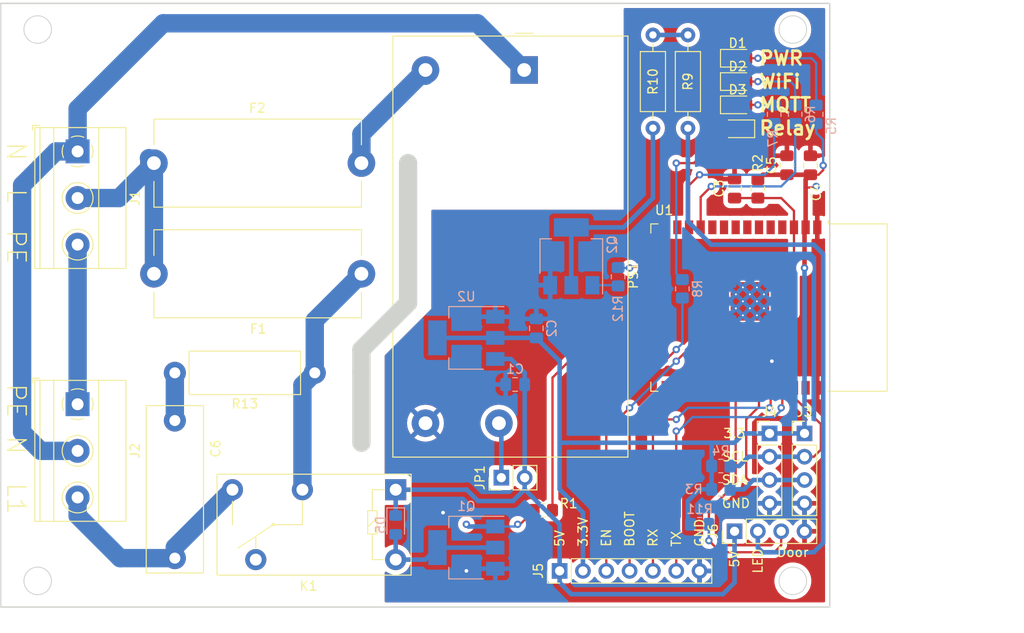
<source format=kicad_pcb>
(kicad_pcb (version 20211014) (generator pcbnew)
  (layers (0 "F.Cu" signal) (31 "B.Cu" signal) (34 "B.Paste" user) (35 "F.Paste" user) (36 "B.SilkS" user "B.Silkscreen") (37 "F.SilkS" user "F.Silkscreen") (38 "B.Mask" user) (39 "F.Mask" user) (44 "Edge.Cuts" user))
  (net 0 "")
  (net 1 "+5V")
  (net 2 "GND")
  (net 3 "+3.3V")
  (net 4 "EN")
  (net 5 "Net-(C6-Pad1)")
  (net 6 "Net-(C6-Pad2)")
  (net 7 "Net-(D1-Pad2)")
  (net 8 "Net-(D2-Pad2)")
  (net 9 "Net-(D3-Pad2)")
  (net 10 "Net-(D4-Pad2)")
  (net 11 "Net-(D5-Pad2)")
  (net 12 "Net-(F1-Pad1)")
  (net 13 "AC")
  (net 14 "Net-(F2-Pad2)")
  (net 15 "Earth_Protective")
  (net 16 "Earth")
  (net 17 "SCL")
  (net 18 "SDA")
  (net 19 "BOOT")
  (net 20 "RX")
  (net 21 "TX")
  (net 22 "Net-(J6-Pad2)")
  (net 23 "Door")
  (net 24 "Net-(JP1-Pad1)")
  (net 26 "Net-(Q1-Pad1)")
  (net 27 "Net-(Q2-Pad1)")
  (net 28 "Light")
  (net 29 "Relay")
  (net 30 "LED_WIFI")
  (net 31 "LED_MQTT")
  (net 32 "Net-(R10-Pad1)")
  (net 55 "Net-(R12-Pad1)")
  (footprint "Converter_ACDC:Converter_ACDC_MeanWell_IRM-05-xx_THT" (layer "F.Cu") (at 180.286484 76.209252 -90)
    (fp_text reference "PS1" (at 22.42 -11.88 90) (layer "F.SilkS"))
    (fp_text value "IRM-05-5")
    (pad "1" thru_hole rect (at 0 0 270) (size 3 3) (drill 1.5) (layers *.Cu *.Mask) (net 16 "Earth"))
    (pad "2" thru_hole circle (at 0 10.75 270) (size 3 3) (drill 1.5) (layers *.Cu *.Mask) (net 14 "Net-(F2-Pad2)"))
    (pad "3" thru_hole circle (at 38.5 10.75 270) (size 3 3) (drill 1.5) (layers *.Cu *.Mask) (net 2 "GND"))
    (pad "4" thru_hole circle (at 38.5 2.75 270) (size 3 3) (drill 1.5) (layers *.Cu *.Mask) (net 24 "Net-(JP1-Pad1)"))
  )
  (footprint "LED_SMD:LED_0805_2012Metric_Pad1.15x1.40mm_HandSolder" (layer "F.Cu") (at 203.53 82.62 180)
    (fp_text reference "D4" hide)
    (fp_text value "LED")
    (pad "1" smd roundrect (at -1.025 0 180) (size 1.15 1.4) (layers "F.Cu" "F.Paste" "F.Mask") (roundrect_rratio 0.217391) (net 2 "GND"))
    (pad "2" smd roundrect (at 1.025 0 180) (size 1.15 1.4) (layers "F.Cu" "F.Paste" "F.Mask") (roundrect_rratio 0.217391) (net 10 "Net-(D4-Pad2)"))
  )
  (footprint "Relay_THT:Relay_SPDT_Omron-G5Q-1" (layer "F.Cu") (at 166.293141 121.96 180)
    (fp_text reference "K1" (at 9.5 -10.5) (layer "F.SilkS"))
    (fp_text value "G5Q-1")
    (pad "1" thru_hole rect (at 0 0) (size 2.3 2.3) (drill 1.3) (layers *.Cu *.Mask) (net 1 "+5V"))
    (pad "2" thru_hole circle (at 10.16 0) (size 2.3 2.3) (drill 1.3) (layers *.Cu *.Mask) (net 12 "Net-(F1-Pad1)"))
    (pad "3" thru_hole circle (at 17.78 0) (size 2.3 2.3) (drill 1.3) (layers *.Cu *.Mask) (net 6 "Net-(C6-Pad2)"))
    (pad "4" thru_hole circle (at 15.24 -7.62) (size 2.3 2.3) (drill 1.3) (layers *.Cu *.Mask))
    (pad "5" thru_hole circle (at 0 -7.62) (size 2.3 2.3) (drill 1.3) (layers *.Cu *.Mask) (net 11 "Net-(D5-Pad2)"))
  )
  (footprint "Fuse:Fuseholder_Cylinder-5x20mm_Stelvio-Kontek_PTF78_Horizontal_Open" (layer "F.Cu") (at 162.56 98.425 180)
    (fp_text reference "F1" (at 11.25 -6) (layer "F.SilkS"))
    (fp_text value "Fuse")
    (pad "1" thru_hole circle (at 0 0 180) (size 3 3) (drill 1.5) (layers *.Cu *.Mask) (net 12 "Net-(F1-Pad1)"))
    (pad "2" thru_hole circle (at 22.6 0 180) (size 3 3) (drill 1.5) (layers *.Cu *.Mask) (net 13 "AC"))
  )
  (footprint "Resistor_THT:R_Axial_DIN0414_L11.9mm_D4.5mm_P15.24mm_Horizontal" (layer "F.Cu") (at 157.48 109.22 180)
    (fp_text reference "R13" (at 7.62 -3.37) (layer "F.SilkS"))
    (fp_text value "220")
    (pad "1" thru_hole circle (at 0 0 180) (size 2.4 2.4) (drill 1.2) (layers *.Cu *.Mask) (net 12 "Net-(F1-Pad1)"))
    (pad "2" thru_hole oval (at 15.24 0 180) (size 2.4 2.4) (drill 1.2) (layers *.Cu *.Mask) (net 5 "Net-(C6-Pad1)"))
  )
  (footprint "Capacitor_SMD:C_0805_2012Metric_Pad1.18x1.45mm_HandSolder" (layer "F.Cu") (at 203.2 89.1325 90)
    (fp_text reference "C3" (at 0 -1.68 90) (layer "F.SilkS"))
    (fp_text value "100 nF")
    (pad "1" smd roundrect (at -1.0375 0 90) (size 1.175 1.45) (layers "F.Cu" "F.Paste" "F.Mask") (roundrect_rratio 0.212766) (net 4 "EN"))
    (pad "2" smd roundrect (at 1.0375 0 90) (size 1.175 1.45) (layers "F.Cu" "F.Paste" "F.Mask") (roundrect_rratio 0.212766) (net 2 "GND"))
  )
  (footprint "Resistor_THT:R_Axial_DIN0207_L6.3mm_D2.5mm_P10.16mm_Horizontal" (layer "F.Cu") (at 198.12 82.55 90)
    (fp_text reference "R9" (at 5.08 0 90) (layer "F.SilkS"))
    (fp_text value "15")
    (pad "1" thru_hole circle (at 0 0 90) (size 1.6 1.6) (drill 0.8) (layers *.Cu *.Mask) (net 22 "Net-(J6-Pad2)"))
    (pad "2" thru_hole oval (at 10.16 0 90) (size 1.6 1.6) (drill 0.8) (layers *.Cu *.Mask) (net 32 "Net-(R10-Pad1)"))
  )
  (footprint "LED_SMD:LED_0805_2012Metric_Pad1.15x1.40mm_HandSolder" (layer "F.Cu") (at 203.53 74.93)
    (fp_text reference "D1" (at 0 -1.65) (layer "F.SilkS"))
    (fp_text value "LED")
    (pad "1" smd roundrect (at -1.025 0) (size 1.15 1.4) (layers "F.Cu" "F.Paste" "F.Mask") (roundrect_rratio 0.217391) (net 2 "GND"))
    (pad "2" smd roundrect (at 1.025 0) (size 1.15 1.4) (layers "F.Cu" "F.Paste" "F.Mask") (roundrect_rratio 0.217391) (net 7 "Net-(D1-Pad2)"))
  )
  (footprint "RF_Module:ESP32-WROOM-32" (layer "F.Cu") (at 203.962 102.108 -90)
    (fp_text reference "U1" (at -10.61 8.43) (layer "F.SilkS"))
    (fp_text value "ESP32-WROOM-32D")
    (pad "1" smd rect (at -8.75 -8.25 270) (size 1.5 0.9) (layers "F.Cu" "F.Paste" "F.Mask") (net 2 "GND"))
    (pad "2" smd rect (at -8.75 -6.98 270) (size 1.5 0.9) (layers "F.Cu" "F.Paste" "F.Mask") (net 3 "+3.3V"))
    (pad "3" smd rect (at -8.75 -5.71 270) (size 1.5 0.9) (layers "F.Cu" "F.Paste" "F.Mask") (net 4 "EN"))
    (pad "4" smd rect (at -8.75 -4.44 270) (size 1.5 0.9) (layers "F.Cu" "F.Paste" "F.Mask"))
    (pad "5" smd rect (at -8.75 -3.17 270) (size 1.5 0.9) (layers "F.Cu" "F.Paste" "F.Mask"))
    (pad "6" smd rect (at -8.75 -1.9 270) (size 1.5 0.9) (layers "F.Cu" "F.Paste" "F.Mask"))
    (pad "7" smd rect (at -8.75 -0.63 270) (size 1.5 0.9) (layers "F.Cu" "F.Paste" "F.Mask"))
    (pad "8" smd rect (at -8.75 0.64 270) (size 1.5 0.9) (layers "F.Cu" "F.Paste" "F.Mask"))
    (pad "9" smd rect (at -8.75 1.91 270) (size 1.5 0.9) (layers "F.Cu" "F.Paste" "F.Mask"))
    (pad "10" smd rect (at -8.75 3.18 270) (size 1.5 0.9) (layers "F.Cu" "F.Paste" "F.Mask"))
    (pad "11" smd rect (at -8.75 4.45 270) (size 1.5 0.9) (layers "F.Cu" "F.Paste" "F.Mask") (net 30 "LED_WIFI"))
    (pad "12" smd rect (at -8.75 5.72 270) (size 1.5 0.9) (layers "F.Cu" "F.Paste" "F.Mask") (net 31 "LED_MQTT"))
    (pad "13" smd rect (at -8.75 6.99 270) (size 1.5 0.9) (layers "F.Cu" "F.Paste" "F.Mask"))
    (pad "14" smd rect (at -8.75 8.26 270) (size 1.5 0.9) (layers "F.Cu" "F.Paste" "F.Mask"))
    (pad "15" smd rect (at -5.71 9.51) (size 1.5 0.9) (layers "F.Cu" "F.Paste" "F.Mask") (net 2 "GND"))
    (pad "16" smd rect (at -4.44 9.51) (size 1.5 0.9) (layers "F.Cu" "F.Paste" "F.Mask") (net 55 "Net-(R12-Pad1)"))
    (pad "17" smd rect (at -3.17 9.51) (size 1.5 0.9) (layers "F.Cu" "F.Paste" "F.Mask"))
    (pad "18" smd rect (at -1.9 9.51) (size 1.5 0.9) (layers "F.Cu" "F.Paste" "F.Mask"))
    (pad "19" smd rect (at -0.63 9.51) (size 1.5 0.9) (layers "F.Cu" "F.Paste" "F.Mask"))
    (pad "20" smd rect (at 0.64 9.51) (size 1.5 0.9) (layers "F.Cu" "F.Paste" "F.Mask"))
    (pad "21" smd rect (at 1.91 9.51) (size 1.5 0.9) (layers "F.Cu" "F.Paste" "F.Mask"))
    (pad "22" smd rect (at 3.18 9.51) (size 1.5 0.9) (layers "F.Cu" "F.Paste" "F.Mask"))
    (pad "23" smd rect (at 4.45 9.51) (size 1.5 0.9) (layers "F.Cu" "F.Paste" "F.Mask"))
    (pad "24" smd rect (at 5.72 9.51) (size 1.5 0.9) (layers "F.Cu" "F.Paste" "F.Mask") (net 29 "Relay"))
    (pad "25" smd rect (at 8.75 8.26 270) (size 1.5 0.9) (layers "F.Cu" "F.Paste" "F.Mask") (net 19 "BOOT"))
    (pad "26" smd rect (at 8.75 6.99 270) (size 1.5 0.9) (layers "F.Cu" "F.Paste" "F.Mask"))
    (pad "27" smd rect (at 8.75 5.72 270) (size 1.5 0.9) (layers "F.Cu" "F.Paste" "F.Mask"))
    (pad "28" smd rect (at 8.75 4.45 270) (size 1.5 0.9) (layers "F.Cu" "F.Paste" "F.Mask"))
    (pad "29" smd rect (at 8.75 3.18 270) (size 1.5 0.9) (layers "F.Cu" "F.Paste" "F.Mask"))
    (pad "30" smd rect (at 8.75 1.91 270) (size 1.5 0.9) (layers "F.Cu" "F.Paste" "F.Mask"))
    (pad "31" smd rect (at 8.75 0.64 270) (size 1.5 0.9) (layers "F.Cu" "F.Paste" "F.Mask") (net 23 "Door"))
    (pad "32" smd rect (at 8.75 -0.63 270) (size 1.5 0.9) (layers "F.Cu" "F.Paste" "F.Mask"))
    (pad "33" smd rect (at 8.75 -1.9 270) (size 1.5 0.9) (layers "F.Cu" "F.Paste" "F.Mask") (net 18 "SDA"))
    (pad "34" smd rect (at 8.75 -3.17 270) (size 1.5 0.9) (layers "F.Cu" "F.Paste" "F.Mask") (net 20 "RX"))
    (pad "35" smd rect (at 8.75 -4.44 270) (size 1.5 0.9) (layers "F.Cu" "F.Paste" "F.Mask") (net 21 "TX"))
    (pad "36" smd rect (at 8.75 -5.71 270) (size 1.5 0.9) (layers "F.Cu" "F.Paste" "F.Mask") (net 17 "SCL"))
    (pad "37" smd rect (at 8.75 -6.98 270) (size 1.5 0.9) (layers "F.Cu" "F.Paste" "F.Mask"))
    (pad "38" smd rect (at 8.75 -8.25 270) (size 1.5 0.9) (layers "F.Cu" "F.Paste" "F.Mask") (net 2 "GND"))
    (pad "39" thru_hole circle (at 0.0825 -2.435 270) (size 0.475 0.475) (drill 0.2) (property pad_prop_heatsink) (layers *.Cu "F.Mask") (net 2 "GND"))
    (pad "39" smd rect (at -2.205 -2.435 270) (size 1.05 1.05) (layers "F.Cu" "F.Paste") (net 2 "GND"))
    (pad "39" smd rect (at 0.845 -2.435 270) (size 1.05 1.05) (layers "F.Cu" "F.Paste") (net 2 "GND"))
    (pad "39" smd rect (at -0.68 -0.91 270) (size 1.05 1.05) (layers "F.Cu" "F.Paste") (net 2 "GND"))
    (pad "39" thru_hole circle (at -0.68 -0.1475 270) (size 0.475 0.475) (drill 0.2) (property pad_prop_heatsink) (layers *.Cu "F.Mask") (net 2 "GND"))
    (pad "39" thru_hole circle (at -1.4425 0.615 270) (size 0.475 0.475) (drill 0.2) (property pad_prop_heatsink) (layers *.Cu "F.Mask") (net 2 "GND"))
    (pad "39" smd rect (at 0.845 -0.91 270) (size 1.05 1.05) (layers "F.Cu" "F.Paste") (net 2 "GND"))
    (pad "39" smd rect (at -2.205 -0.91 270) (size 1.05 1.05) (layers "F.Cu" "F.Paste") (net 2 "GND"))
    (pad "39" smd rect (at 0.845 0.615 270) (size 1.05 1.05) (layers "F.Cu" "F.Paste") (net 2 "GND"))
    (pad "39" thru_hole circle (at -0.68 -1.6725 270) (size 0.475 0.475) (drill 0.2) (property pad_prop_heatsink) (layers *.Cu "F.Mask") (net 2 "GND"))
    (pad "39" thru_hole circle (at -1.4425 -2.435 270) (size 0.475 0.475) (drill 0.2) (property pad_prop_heatsink) (layers *.Cu "F.Mask") (net 2 "GND"))
    (pad "39" thru_hole circle (at 0.0825 0.615 270) (size 0.475 0.475) (drill 0.2) (property pad_prop_heatsink) (layers *.Cu "F.Mask") (net 2 "GND"))
    (pad "39" thru_hole circle (at -1.4425 -0.91 270) (size 0.475 0.475) (drill 0.2) (property pad_prop_heatsink) (layers *.Cu "F.Mask") (net 2 "GND"))
    (pad "39" thru_hole circle (at -2.205 -0.1475 270) (size 0.475 0.475) (drill 0.2) (property pad_prop_heatsink) (layers *.Cu "F.Mask") (net 2 "GND"))
    (pad "39" thru_hole circle (at -2.205 -1.6725 270) (size 0.475 0.475) (drill 0.2) (property pad_prop_heatsink) (layers *.Cu "F.Mask") (net 2 "GND"))
    (pad "39" smd rect (at -0.68 -2.435 270) (size 1.05 1.05) (layers "F.Cu" "F.Paste") (net 2 "GND"))
    (pad "39" thru_hole circle (at 0.845 -1.6725 270) (size 0.475 0.475) (drill 0.2) (property pad_prop_heatsink) (layers *.Cu "F.Mask") (net 2 "GND"))
    (pad "39" smd rect (at -0.68 -0.91 270) (size 4.2 4.2) (layers "F.Cu" "F.Mask") (net 2 "GND"))
    (pad "39" smd rect (at -0.68 0.615 270) (size 1.05 1.05) (layers "F.Cu" "F.Paste") (net 2 "GND"))
    (pad "39" thru_hole circle (at 0.0825 -0.91 270) (size 0.475 0.475) (drill 0.2) (property pad_prop_heatsink) (layers *.Cu "F.Mask") (net 2 "GND"))
    (pad "39" thru_hole circle (at 0.845 -0.1475 270) (size 0.475 0.475) (drill 0.2) (property pad_prop_heatsink) (layers *.Cu "F.Mask") (net 2 "GND"))
    (pad "39" smd rect (at -2.205 0.615 270) (size 1.05 1.05) (layers "F.Cu" "F.Paste") (net 2 "GND"))
    (zone (net 0) (net_name "") (layers "F.Cu" "In1.Cu" "B.Cu") (connect_pads (clearance 0)) (min_thickness 0.254)
      (keepout (tracks not_allowed) (vias not_allowed) (pads not_allowed) (copperpour not_allowed) (footprints not_allowed))
      (fill (thermal_gap 0.508) (thermal_bridge_width 0.508))
      (polygon (pts (xy 213.762 78.108) (xy 213.762 126.108) (xy 234.702 126.108) (xy 234.702 78.108)))
    )
  )
  (footprint "Capacitor_THT:C_Rect_L18.0mm_W6.0mm_P15.00mm_FKS3_FKP3" (layer "F.Cu") (at 142.24 114.42 -90)
    (fp_text reference "C6" (at 3.055 -4.445 90) (layer "F.SilkS"))
    (fp_text value "100 nF")
    (pad "1" thru_hole circle (at 0 0 270) (size 2.4 2.4) (drill 1.2) (layers *.Cu *.Mask) (net 5 "Net-(C6-Pad1)"))
    (pad "2" thru_hole circle (at 15 0 270) (size 2.4 2.4) (drill 1.2) (layers *.Cu *.Mask) (net 6 "Net-(C6-Pad2)"))
  )
  (footprint "Connector_PinHeader_2.54mm:PinHeader_1x04_P2.54mm_Vertical" (layer "F.Cu") (at 207.01 115.824)
    (fp_text reference "J4" (at 0 -2.33) (layer "F.SilkS"))
    (fp_text value "Conn_01x04_Male")
    (pad "1" thru_hole rect (at 0 0) (size 1.7 1.7) (drill 1) (layers *.Cu *.Mask) (net 3 "+3.3V"))
    (pad "2" thru_hole oval (at 0 2.54) (size 1.7 1.7) (drill 1) (layers *.Cu *.Mask) (net 17 "SCL"))
    (pad "3" thru_hole oval (at 0 5.08) (size 1.7 1.7) (drill 1) (layers *.Cu *.Mask) (net 18 "SDA"))
    (pad "4" thru_hole oval (at 0 7.62) (size 1.7 1.7) (drill 1) (layers *.Cu *.Mask) (net 2 "GND"))
  )
  (footprint "TerminalBlock_Phoenix:TerminalBlock_Phoenix_MKDS-1,5-3-5.08_1x03_P5.08mm_Horizontal" (layer "F.Cu") (at 131.648 85.085 -90)
    (fp_text reference "J1" (at 5.08 -6.26 90) (layer "F.SilkS"))
    (fp_text value "Screw_Terminal_01x03")
    (pad "1" thru_hole rect locked (at 0 0 270) (size 2.6 2.6) (drill 1.3) (layers *.Cu *.Mask) (net 16 "Earth"))
    (pad "2" thru_hole circle locked (at 5.08 0 270) (size 2.6 2.6) (drill 1.3) (layers *.Cu *.Mask) (net 13 "AC"))
    (pad "3" thru_hole circle locked (at 10.16 0 270) (size 2.6 2.6) (drill 1.3) (layers *.Cu *.Mask) (net 15 "Earth_Protective"))
  )
  (footprint "Resistor_THT:R_Axial_DIN0207_L6.3mm_D2.5mm_P10.16mm_Horizontal" (layer "F.Cu") (at 194.31 72.39 -90)
    (fp_text reference "R10" (at 5.08 0 90) (layer "F.SilkS"))
    (fp_text value "15")
    (pad "1" thru_hole circle (at 0 0 270) (size 1.6 1.6) (drill 0.8) (layers *.Cu *.Mask) (net 32 "Net-(R10-Pad1)"))
    (pad "2" thru_hole oval (at 10.16 0 270) (size 1.6 1.6) (drill 0.8) (layers *.Cu *.Mask) (net 28 "Light"))
  )
  (footprint "Connector_PinHeader_2.54mm:PinHeader_1x07_P2.54mm_Vertical" (layer "F.Cu") (at 184.15 130.81 90)
    (fp_text reference "J5" (at 0 -2.33 90) (layer "F.SilkS"))
    (fp_text value "Conn_01x07_Male")
    (pad "1" thru_hole rect (at 0 0 90) (size 1.7 1.7) (drill 1) (layers *.Cu *.Mask) (net 1 "+5V"))
    (pad "2" thru_hole oval (at 0 2.54 90) (size 1.7 1.7) (drill 1) (layers *.Cu *.Mask) (net 3 "+3.3V"))
    (pad "3" thru_hole oval (at 0 5.08 90) (size 1.7 1.7) (drill 1) (layers *.Cu *.Mask) (net 4 "EN"))
    (pad "4" thru_hole oval (at 0 7.62 90) (size 1.7 1.7) (drill 1) (layers *.Cu *.Mask) (net 19 "BOOT"))
    (pad "5" thru_hole oval (at 0 10.16 90) (size 1.7 1.7) (drill 1) (layers *.Cu *.Mask) (net 20 "RX"))
    (pad "6" thru_hole oval (at 0 12.7 90) (size 1.7 1.7) (drill 1) (layers *.Cu *.Mask) (net 21 "TX"))
    (pad "7" thru_hole oval (at 0 15.24 90) (size 1.7 1.7) (drill 1) (layers *.Cu *.Mask) (net 2 "GND"))
  )
  (footprint "Resistor_SMD:R_0805_2012Metric_Pad1.20x1.40mm_HandSolder" (layer "F.Cu") (at 182.372 124.206 180)
    (fp_text reference "R1" (at -2.767064 0.735) (layer "F.SilkS"))
    (fp_text value "1k")
    (pad "1" smd roundrect (at -1 0 180) (size 1.2 1.4) (layers "F.Cu" "F.Paste" "F.Mask") (roundrect_rratio 0.208333) (net 29 "Relay"))
    (pad "2" smd roundrect (at 1 0 180) (size 1.2 1.4) (layers "F.Cu" "F.Paste" "F.Mask") (roundrect_rratio 0.208333) (net 26 "Net-(Q1-Pad1)"))
  )
  (footprint "Connector_PinHeader_2.54mm:PinHeader_1x02_P2.54mm_Vertical" (layer "F.Cu") (at 177.8 120.65 90)
    (fp_text reference "JP1" (at 0 -2.33 90) (layer "F.SilkS"))
    (fp_text value "Jumper_2_Bridged")
    (pad "1" thru_hole rect (at 0 0 90) (size 1.7 1.7) (drill 1) (layers *.Cu *.Mask) (net 24 "Net-(JP1-Pad1)"))
    (pad "2" thru_hole oval (at 0 2.54 90) (size 1.7 1.7) (drill 1) (layers *.Cu *.Mask) (net 1 "+5V"))
  )
  (footprint "Connector_PinHeader_2.54mm:PinHeader_1x04_P2.54mm_Vertical" (layer "F.Cu") (at 210.82 115.824)
    (fp_text reference "J3" (at 0 -2.33) (layer "F.SilkS"))
    (fp_text value "Conn_01x04_Male")
    (pad "1" thru_hole rect (at 0 0) (size 1.7 1.7) (drill 1) (layers *.Cu *.Mask) (net 3 "+3.3V"))
    (pad "2" thru_hole oval (at 0 2.54) (size 1.7 1.7) (drill 1) (layers *.Cu *.Mask) (net 17 "SCL"))
    (pad "3" thru_hole oval (at 0 5.08) (size 1.7 1.7) (drill 1) (layers *.Cu *.Mask) (net 18 "SDA"))
    (pad "4" thru_hole oval (at 0 7.62) (size 1.7 1.7) (drill 1) (layers *.Cu *.Mask) (net 2 "GND"))
  )
  (footprint "LED_SMD:LED_0805_2012Metric_Pad1.15x1.40mm_HandSolder" (layer "F.Cu") (at 203.53 77.47)
    (fp_text reference "D2" (at 0 -1.65) (layer "F.SilkS"))
    (fp_text value "LED")
    (pad "1" smd roundrect (at -1.025 0) (size 1.15 1.4) (layers "F.Cu" "F.Paste" "F.Mask") (roundrect_rratio 0.217391) (net 2 "GND"))
    (pad "2" smd roundrect (at 1.025 0) (size 1.15 1.4) (layers "F.Cu" "F.Paste" "F.Mask") (roundrect_rratio 0.217391) (net 8 "Net-(D2-Pad2)"))
  )
  (footprint "TerminalBlock_Phoenix:TerminalBlock_Phoenix_MKDS-1,5-3-5.08_1x03_P5.08mm_Horizontal" (layer "F.Cu") (at 131.648 112.644 -90)
    (fp_text reference "J2" (at 5.08 -6.26 90) (layer "F.SilkS"))
    (fp_text value "Screw_Terminal_01x03")
    (pad "1" thru_hole rect (at 0 0 270) (size 2.6 2.6) (drill 1.3) (layers *.Cu *.Mask) (net 15 "Earth_Protective"))
    (pad "2" thru_hole circle (at 5.08 0 270) (size 2.6 2.6) (drill 1.3) (layers *.Cu *.Mask) (net 16 "Earth"))
    (pad "3" thru_hole circle (at 10.16 0 270) (size 2.6 2.6) (drill 1.3) (layers *.Cu *.Mask) (net 6 "Net-(C6-Pad2)"))
  )
  (footprint "Resistor_SMD:R_0805_2012Metric_Pad1.20x1.40mm_HandSolder" (layer "F.Cu") (at 205.74 89.17 90)
    (fp_text reference "R2" (at 2.81 0 90) (layer "F.SilkS"))
    (fp_text value "10k")
    (pad "1" smd roundrect (at -1 0 90) (size 1.2 1.4) (layers "F.Cu" "F.Paste" "F.Mask") (roundrect_rratio 0.208333) (net 4 "EN"))
    (pad "2" smd roundrect (at 1 0 90) (size 1.2 1.4) (layers "F.Cu" "F.Paste" "F.Mask") (roundrect_rratio 0.208333) (net 3 "+3.3V"))
  )
  (footprint "Connector_PinHeader_2.54mm:PinHeader_1x04_P2.54mm_Vertical" (layer "F.Cu") (at 203.2 126.492 90)
    (fp_text reference "J6" (at 0 -2.33 90) (layer "F.SilkS"))
    (fp_text value "Conn_01x04_Male")
    (pad "1" thru_hole rect (at 0 0 90) (size 1.7 1.7) (drill 1) (layers *.Cu *.Mask) (net 1 "+5V"))
    (pad "2" thru_hole oval (at 0 2.54 90) (size 1.7 1.7) (drill 1) (layers *.Cu *.Mask) (net 22 "Net-(J6-Pad2)"))
    (pad "3" thru_hole oval (at 0 5.08 90) (size 1.7 1.7) (drill 1) (layers *.Cu *.Mask) (net 23 "Door"))
    (pad "4" thru_hole oval (at 0 7.62 90) (size 1.7 1.7) (drill 1) (layers *.Cu *.Mask) (net 2 "GND"))
  )
  (footprint "Capacitor_SMD:C_0805_2012Metric_Pad1.18x1.45mm_HandSolder" (layer "F.Cu") (at 208.905 86.5925 90)
    (fp_text reference "C5" (at 0 -1.68 90) (layer "F.SilkS"))
    (fp_text value "100 nF")
    (pad "1" smd roundrect (at -1.0375 0 90) (size 1.175 1.45) (layers "F.Cu" "F.Paste" "F.Mask") (roundrect_rratio 0.212766) (net 3 "+3.3V"))
    (pad "2" smd roundrect (at 1.0375 0 90) (size 1.175 1.45) (layers "F.Cu" "F.Paste" "F.Mask") (roundrect_rratio 0.212766) (net 2 "GND"))
  )
  (footprint "Fuse:Fuseholder_Cylinder-5x20mm_Stelvio-Kontek_PTF78_Horizontal_Open" (layer "F.Cu") (at 139.96 86.36)
    (fp_text reference "F2" (at 11.25 -6) (layer "F.SilkS"))
    (fp_text value "Fuse")
    (pad "1" thru_hole circle (at 0 0) (size 3 3) (drill 1.5) (layers *.Cu *.Mask) (net 13 "AC"))
    (pad "2" thru_hole circle (at 22.6 0) (size 3 3) (drill 1.5) (layers *.Cu *.Mask) (net 14 "Net-(F2-Pad2)"))
  )
  (footprint "Capacitor_SMD:C_0805_2012Metric_Pad1.18x1.45mm_HandSolder" (layer "F.Cu") (at 211.465 86.5925 90)
    (fp_text reference "C4" (at -2.9425 0.625 90) (layer "F.SilkS"))
    (fp_text value "100 uF")
    (pad "1" smd roundrect (at -1.0375 0 90) (size 1.175 1.45) (layers "F.Cu" "F.Paste" "F.Mask") (roundrect_rratio 0.212766) (net 3 "+3.3V"))
    (pad "2" smd roundrect (at 1.0375 0 90) (size 1.175 1.45) (layers "F.Cu" "F.Paste" "F.Mask") (roundrect_rratio 0.212766) (net 2 "GND"))
  )
  (footprint "LED_SMD:LED_0805_2012Metric_Pad1.15x1.40mm_HandSolder" (layer "F.Cu") (at 203.53 80.01)
    (fp_text reference "D3" (at 0 -1.65) (layer "F.SilkS"))
    (fp_text value "LED")
    (pad "1" smd roundrect (at -1.025 0) (size 1.15 1.4) (layers "F.Cu" "F.Paste" "F.Mask") (roundrect_rratio 0.217391) (net 2 "GND"))
    (pad "2" smd roundrect (at 1.025 0) (size 1.15 1.4) (layers "F.Cu" "F.Paste" "F.Mask") (roundrect_rratio 0.217391) (net 9 "Net-(D3-Pad2)"))
  )
  (footprint "Capacitor_SMD:C_0805_2012Metric_Pad1.18x1.45mm_HandSolder" (layer "B.Cu") (at 179.3025 110.49 180)
    (fp_text reference "C1" (at 0 1.68) (layer "B.SilkS") (effects (justify mirror)))
    (fp_text value "22 uF")
    (pad "1" smd roundrect (at -1.0375 0 180) (size 1.175 1.45) (layers "B.Cu" "B.Paste" "B.Mask") (roundrect_rratio 0.212766) (net 1 "+5V"))
    (pad "2" smd roundrect (at 1.0375 0 180) (size 1.175 1.45) (layers "B.Cu" "B.Paste" "B.Mask") (roundrect_rratio 0.212766) (net 2 "GND"))
  )
  (footprint "Resistor_SMD:R_0805_2012Metric_Pad1.20x1.40mm_HandSolder" (layer "B.Cu") (at 190.515919 98.742773 -90)
    (fp_text reference "R12" (at 3.492227 0.015919 90) (layer "B.SilkS") (effects (justify mirror)))
    (fp_text value "1k")
    (pad "1" smd roundrect (at -1 0 270) (size 1.2 1.4) (layers "B.Cu" "B.Paste" "B.Mask") (roundrect_rratio 0.208333) (net 55 "Net-(R12-Pad1)"))
    (pad "2" smd roundrect (at 1 0 270) (size 1.2 1.4) (layers "B.Cu" "B.Paste" "B.Mask") (roundrect_rratio 0.208333) (net 27 "Net-(Q2-Pad1)"))
  )
  (footprint "Resistor_SMD:R_0805_2012Metric_Pad1.20x1.40mm_HandSolder" (layer "B.Cu") (at 209.804 81.042 90)
    (fp_text reference "R6" (at 0 1.65 90) (layer "B.SilkS") (effects (justify mirror)))
    (fp_text value "1k")
    (pad "1" smd roundrect (at -1 0 90) (size 1.2 1.4) (layers "B.Cu" "B.Paste" "B.Mask") (roundrect_rratio 0.208333) (net 30 "LED_WIFI"))
    (pad "2" smd roundrect (at 1 0 90) (size 1.2 1.4) (layers "B.Cu" "B.Paste" "B.Mask") (roundrect_rratio 0.208333) (net 8 "Net-(D2-Pad2)"))
  )
  (footprint "Package_TO_SOT_SMD:SOT-223-3_TabPin2" (layer "B.Cu") (at 173.99 105.41 180)
    (fp_text reference "U2" (at 0 4.5) (layer "B.SilkS") (effects (justify mirror)))
    (fp_text value "AMS1117-3.3")
    (pad "1" smd rect (at -3.15 2.3 180) (size 2 1.5) (layers "B.Cu" "B.Paste" "B.Mask") (net 2 "GND"))
    (pad "2" smd rect (at 3.15 0 180) (size 2 3.8) (layers "B.Cu" "B.Paste" "B.Mask") (net 3 "+3.3V"))
    (pad "2" smd rect (at -3.15 0 180) (size 2 1.5) (layers "B.Cu" "B.Paste" "B.Mask") (net 3 "+3.3V"))
    (pad "3" smd rect (at -3.15 -2.3 180) (size 2 1.5) (layers "B.Cu" "B.Paste" "B.Mask") (net 1 "+5V"))
  )
  (footprint "Resistor_SMD:R_0805_2012Metric_Pad1.20x1.40mm_HandSolder" (layer "B.Cu") (at 197.515 100.06 90)
    (fp_text reference "R8" (at 0 1.65 90) (layer "B.SilkS") (effects (justify mirror)))
    (fp_text value "1k")
    (pad "1" smd roundrect (at -1 0 90) (size 1.2 1.4) (layers "B.Cu" "B.Paste" "B.Mask") (roundrect_rratio 0.208333) (net 29 "Relay"))
    (pad "2" smd roundrect (at 1 0 90) (size 1.2 1.4) (layers "B.Cu" "B.Paste" "B.Mask") (roundrect_rratio 0.208333) (net 10 "Net-(D4-Pad2)"))
  )
  (footprint "Diode_SMD:D_0805_2012Metric_Pad1.15x1.40mm_HandSolder" (layer "B.Cu") (at 166.293141 125.801307 -90)
    (fp_text reference "D5" (at 0 1.65 90) (layer "B.SilkS") (effects (justify mirror)))
    (fp_text value "D")
    (pad "1" smd roundrect (at -1.025 0 270) (size 1.15 1.4) (layers "B.Cu" "B.Paste" "B.Mask") (roundrect_rratio 0.217391) (net 1 "+5V"))
    (pad "2" smd roundrect (at 1.025 0 270) (size 1.15 1.4) (layers "B.Cu" "B.Paste" "B.Mask") (roundrect_rratio 0.217391) (net 11 "Net-(D5-Pad2)"))
  )
  (footprint "Resistor_SMD:R_0805_2012Metric_Pad1.20x1.40mm_HandSolder" (layer "B.Cu") (at 207.518 81.042 90)
    (fp_text reference "R7" (at -2.625314 -0.141007 90) (layer "B.SilkS") (effects (justify mirror)))
    (fp_text value "1k")
    (pad "1" smd roundrect (at -1 0 90) (size 1.2 1.4) (layers "B.Cu" "B.Paste" "B.Mask") (roundrect_rratio 0.208333) (net 31 "LED_MQTT"))
    (pad "2" smd roundrect (at 1 0 90) (size 1.2 1.4) (layers "B.Cu" "B.Paste" "B.Mask") (roundrect_rratio 0.208333) (net 9 "Net-(D3-Pad2)"))
  )
  (footprint "Resistor_SMD:R_0805_2012Metric_Pad1.20x1.40mm_HandSolder" (layer "B.Cu") (at 199.39 125.73 180)
    (fp_text reference "R11" (at 0 1.65) (layer "B.SilkS") (effects (justify mirror)))
    (fp_text value "10k")
    (pad "1" smd roundrect (at -1 0 180) (size 1.2 1.4) (layers "B.Cu" "B.Paste" "B.Mask") (roundrect_rratio 0.208333) (net 23 "Door"))
    (pad "2" smd roundrect (at 1 0 180) (size 1.2 1.4) (layers "B.Cu" "B.Paste" "B.Mask") (roundrect_rratio 0.208333) (net 3 "+3.3V"))
  )
  (footprint "Capacitor_SMD:C_0805_2012Metric_Pad1.18x1.45mm_HandSolder" (layer "B.Cu") (at 181.61 104.3725 90)
    (fp_text reference "C2" (at 0 1.68 90) (layer "B.SilkS") (effects (justify mirror)))
    (fp_text value "22 uF")
    (pad "1" smd roundrect (at -1.0375 0 90) (size 1.175 1.45) (layers "B.Cu" "B.Paste" "B.Mask") (roundrect_rratio 0.212766) (net 3 "+3.3V"))
    (pad "2" smd roundrect (at 1.0375 0 90) (size 1.175 1.45) (layers "B.Cu" "B.Paste" "B.Mask") (roundrect_rratio 0.212766) (net 2 "GND"))
  )
  (footprint "Resistor_SMD:R_0805_2012Metric_Pad1.20x1.40mm_HandSolder" (layer "B.Cu") (at 201.702936 119.38 180)
    (fp_text reference "R4" (at 0 1.65) (layer "B.SilkS") (effects (justify mirror)))
    (fp_text value "10k")
    (pad "1" smd roundrect (at -1 0 180) (size 1.2 1.4) (layers "B.Cu" "B.Paste" "B.Mask") (roundrect_rratio 0.208333) (net 17 "SCL"))
    (pad "2" smd roundrect (at 1 0 180) (size 1.2 1.4) (layers "B.Cu" "B.Paste" "B.Mask") (roundrect_rratio 0.208333) (net 3 "+3.3V"))
  )
  (footprint "Package_TO_SOT_SMD:SOT-223-3_TabPin2" (layer "B.Cu") (at 173.99 128.27 180)
    (fp_text reference "Q1" (at 0 4.5) (layer "B.SilkS") (effects (justify mirror)))
    (fp_text value "BCP56")
    (pad "1" smd rect (at -3.15 2.3 180) (size 2 1.5) (layers "B.Cu" "B.Paste" "B.Mask") (net 26 "Net-(Q1-Pad1)"))
    (pad "2" smd rect (at 3.15 0 180) (size 2 3.8) (layers "B.Cu" "B.Paste" "B.Mask") (net 11 "Net-(D5-Pad2)"))
    (pad "2" smd rect (at -3.15 0 180) (size 2 1.5) (layers "B.Cu" "B.Paste" "B.Mask") (net 11 "Net-(D5-Pad2)"))
    (pad "3" smd rect (at -3.15 -2.3 180) (size 2 1.5) (layers "B.Cu" "B.Paste" "B.Mask") (net 2 "GND"))
  )
  (footprint "Resistor_SMD:R_0805_2012Metric_Pad1.20x1.40mm_HandSolder" (layer "B.Cu") (at 201.702936 121.92 180)
    (fp_text reference "R3" (at 2.947936 0) (layer "B.SilkS") (effects (justify mirror)))
    (fp_text value "10k")
    (pad "1" smd roundrect (at -1 0 180) (size 1.2 1.4) (layers "B.Cu" "B.Paste" "B.Mask") (roundrect_rratio 0.208333) (net 18 "SDA"))
    (pad "2" smd roundrect (at 1 0 180) (size 1.2 1.4) (layers "B.Cu" "B.Paste" "B.Mask") (roundrect_rratio 0.208333) (net 3 "+3.3V"))
  )
  (footprint "Resistor_SMD:R_0805_2012Metric_Pad1.20x1.40mm_HandSolder" (layer "B.Cu") (at 212.09 81.042 90)
    (fp_text reference "R5" (at -1.27 1.65 90) (layer "B.SilkS") (effects (justify mirror)))
    (fp_text value "1k")
    (pad "1" smd roundrect (at -1 0 90) (size 1.2 1.4) (layers "B.Cu" "B.Paste" "B.Mask") (roundrect_rratio 0.208333) (net 3 "+3.3V"))
    (pad "2" smd roundrect (at 1 0 90) (size 1.2 1.4) (layers "B.Cu" "B.Paste" "B.Mask") (roundrect_rratio 0.208333) (net 7 "Net-(D1-Pad2)"))
  )
  (footprint "Package_TO_SOT_SMD:SOT-223-3_TabPin2" (layer "B.Cu") (at 185.42 96.52 90)
    (fp_text reference "Q2" (at 1.27 4.445 90) (layer "B.SilkS") (effects (justify mirror)))
    (fp_text value "BCP56")
    (pad "1" smd rect (at -3.15 2.3 90) (size 2 1.5) (layers "B.Cu" "B.Paste" "B.Mask") (net 27 "Net-(Q2-Pad1)"))
    (pad "2" smd rect (at -3.15 0 90) (size 2 1.5) (layers "B.Cu" "B.Paste" "B.Mask") (net 28 "Light"))
    (pad "2" smd rect (at 3.15 0 90) (size 2 3.8) (layers "B.Cu" "B.Paste" "B.Mask") (net 28 "Light"))
    (pad "3" smd rect (at -3.15 -2.3 90) (size 2 1.5) (layers "B.Cu" "B.Paste" "B.Mask") (net 2 "GND"))
  )
  (gr_circle (center 209.55 131.9) (end 211.05 131.9) (layer "Edge.Cuts") (width 0.1) (fill none))
  (gr_rect (start 123.27 68.95) (end 213.57 134.75) (layer "Edge.Cuts") (width 0.15) (fill none))
  (gr_circle (center 127.3 71.8) (end 128.8 71.8) (layer "Edge.Cuts") (width 0.1) (fill none))
  (gr_line (start 162.56 116.84) (end 162.56 109.22) (layer "Edge.Cuts") (width 2))
  (gr_line (start 162.56 106.68) (end 167.64 101.6) (layer "Edge.Cuts") (width 2))
  (gr_line (start 167.64 101.6) (end 167.64 86.36) (layer "Edge.Cuts") (width 2))
  (gr_circle (center 127.3 131.9) (end 128.8 131.9) (layer "Edge.Cuts") (width 0.1) (fill none))
  (gr_circle (center 209.55 71.8) (end 211.05 71.8) (layer "Edge.Cuts") (width 0.1) (fill none))
  (gr_line (start 162.56 109.22) (end 162.56 106.68) (layer "Edge.Cuts") (width 2))
  (gr_text "RX" (at 194.31 128.27 90) (layer "F.SilkS") (effects (font (size 1 1)) (justify left)))
  (gr_text "PE" (at 124.968 112.268 270) (layer "F.SilkS") (effects (font (size 2 2))))
  (gr_text "SDA" (at 204.724 120.904) (layer "F.SilkS") (effects (font (size 1 1)) (justify right)))
  (gr_text "3.3" (at 204.47 115.824) (layer "F.SilkS") (effects (font (size 1 1)) (justify right)))
  (gr_text "N" (at 124.968 85.09 270) (layer "F.SilkS") (effects (font (size 2 2))))
  (gr_text "WiFi" (at 205.74 77.47) (layer "F.SilkS") (effects (font (size 1.5 1.5) (thickness 0.3)) (justify left)))
  (gr_text "5V" (at 203.2 128.524 90) (layer "F.SilkS") (effects (font (size 1 1)) (justify right)))
  (gr_text "3.3V" (at 186.69 128.27 90) (layer "F.SilkS") (effects (font (size 1 1)) (justify left)))
  (gr_text "GND" (at 204.978 123.444) (layer "F.SilkS") (effects (font (size 1 1)) (justify right)))
  (gr_text "PE" (at 124.968 95.504 270) (layer "F.SilkS") (effects (font (size 2 2))))
  (gr_text "5V" (at 184.15 128.27 90) (layer "F.SilkS") (effects (font (size 1 1)) (justify left)))
  (gr_text "N" (at 124.968 117.094 270) (layer "F.SilkS") (effects (font (size 2 2))))
  (gr_text "L" (at 124.968 89.916 270) (layer "F.SilkS") (effects (font (size 2 2))))
  (gr_text "Relay" (at 205.74 82.55) (layer "F.SilkS") (effects (font (size 1.5 1.5) (thickness 0.3)) (justify left)))
  (gr_text "GND" (at 199.39 128.27 90) (layer "F.SilkS") (effects (font (size 1 1)) (justify left)))
  (gr_text "EN" (at 189.23 128.27 90) (layer "F.SilkS") (effects (font (size 1 1)) (justify left)))
  (gr_text "Door" (at 209.55 128.778) (layer "F.SilkS") (effects (font (size 1 1))))
  (gr_text "PWR" (at 205.74 74.93) (layer "F.SilkS") (effects (font (size 1.5 1.5) (thickness 0.3)) (justify left)))
  (gr_text "SCL" (at 204.724 118.364) (layer "F.SilkS") (effects (font (size 1 1)) (justify right)))
  (gr_text "TX" (at 196.85 128.27 90) (layer "F.SilkS") (effects (font (size 1 1)) (justify left)))
  (gr_text "MQTT" (at 205.74 80.01) (layer "F.SilkS") (effects (font (size 1.5 1.5) (thickness 0.3)) (justify left)))
  (gr_text "L1" (at 124.968 122.936 270) (layer "F.SilkS") (effects (font (size 2 2))))
  (gr_text "BOOT" (at 191.77 128.27 90) (layer "F.SilkS") (effects (font (size 1 1)) (justify left)))
  (gr_text "LED" (at 205.74 128.27 90) (layer "F.SilkS") (effects (font (size 1 1)) (justify right)))
  (segment (start 203.2 132.06) (end 203.2 126.492) (width 0.5) (layer "B.Cu") (net 1))
  (segment (start 178.83 107.71) (end 177.14 107.71) (width 0.5) (layer "B.Cu") (net 1))
  (segment (start 184.15 132.08) (end 184.15 130.81) (width 0.5) (layer "B.Cu") (net 1))
  (segment (start 166.293141 124.776307) (end 166.293141 121.96) (width 0.5) (layer "B.Cu") (net 1))
  (segment (start 180.34 121.92) (end 179.07 123.19) (width 0.5) (layer "B.Cu") (net 1))
  (segment (start 180.34 109.22) (end 178.83 107.71) (width 0.5) (layer "B.Cu") (net 1))
  (segment (start 203.21 132.07) (end 203.2 132.06) (width 0.5) (layer "B.Cu") (net 1))
  (segment (start 180.34 120.65) (end 180.34 110.49) (width 0.5) (layer "B.Cu") (net 1))
  (segment (start 184.15 130.81) (end 184.15 125.73) (width 0.5) (layer "B.Cu") (net 1))
  (segment (start 203.21 132.07) (end 201.93 133.35) (width 0.5) (layer "B.Cu") (net 1))
  (segment (start 184.15 125.73) (end 180.34 121.92) (width 0.5) (layer "B.Cu") (net 1))
  (segment (start 201.93 133.35) (end 185.42 133.35) (width 0.5) (layer "B.Cu") (net 1))
  (segment (start 185.42 133.35) (end 184.15 132.08) (width 0.5) (layer "B.Cu") (net 1))
  (segment (start 180.34 120.65) (end 180.34 121.92) (width 0.5) (layer "B.Cu") (net 1))
  (segment (start 173.95 121.96) (end 166.293141 121.96) (width 0.5) (layer "B.Cu") (net 1))
  (segment (start 179.07 123.19) (end 175.26 123.19) (width 0.5) (layer "B.Cu") (net 1))
  (segment (start 173.99 121.92) (end 173.95 121.96) (width 0.5) (layer "B.Cu") (net 1))
  (segment (start 180.34 110.49) (end 180.34 109.22) (width 0.5) (layer "B.Cu") (net 1))
  (segment (start 175.26 123.19) (end 173.99 121.92) (width 0.5) (layer "B.Cu") (net 1))
  (segment (start 171.45 116.622768) (end 171.45 124.46) (width 0.5) (layer "F.Cu") (net 2))
  (segment (start 171.45 128.27) (end 173.99 130.81) (width 0.5) (layer "F.Cu") (net 2))
  (segment (start 169.536484 114.709252) (end 171.45 116.622768) (width 0.5) (layer "F.Cu") (net 2))
  (segment (start 171.45 124.46) (end 171.45 128.27) (width 0.5) (layer "F.Cu") (net 2))
  (via (at 171.45 124.46) (size 0.8) (drill 0.4) (layers "F.Cu" "B.Cu") (net 2))
  (via (at 173.99 130.81) (size 0.8) (drill 0.4) (layers "F.Cu" "B.Cu") (net 2))
  (via (at 207.264 107.95) (size 0.8) (drill 0.4) (layers "F.Cu" "B.Cu") (net 2))
  (segment (start 176.9 130.81) (end 177.14 130.57) (width 0.5) (layer "B.Cu") (net 2))
  (segment (start 210.82 123.444) (end 207.01 123.444) (width 0.5) (layer "B.Cu") (net 2))
  (segment (start 210.82 97.79) (end 210.82 93.48) (width 0.5) (layer "F.Cu") (net 3))
  (segment (start 210.82 93.48) (end 210.942 93.358) (width 0.5) (layer "F.Cu") (net 3))
  (segment (start 211.968 89.022) (end 210.942 89.022) (width 0.25) (layer "F.Cu") (net 3))
  (segment (start 208.905 87.63) (end 206.28 87.63) (width 0.5) (layer "F.Cu") (net 3))
  (segment (start 212.344 87.63) (end 211.465 87.63) (width 0.25) (layer "F.Cu") (net 3))
  (segment (start 212.852 87.122) (end 212.344 87.63) (width 0.25) (layer "F.Cu") (net 3))
  (segment (start 208.905 87.63) (end 211.465 87.63) (width 0.5) (layer "F.Cu") (net 3))
  (segment (start 211.465 87.63) (end 210.942 88.153) (width 0.5) (layer "F.Cu") (net 3))
  (segment (start 212.09 88.9) (end 211.968 89.022) (width 0.25) (layer "F.Cu") (net 3))
  (segment (start 210.942 89.022) (end 210.942 93.358) (width 0.5) (layer "F.Cu") (net 3))
  (segment (start 206.28 87.63) (end 205.74 88.17) (width 0.5) (layer "F.Cu") (net 3))
  (segment (start 210.942 88.153) (end 210.942 89.022) (width 0.5) (layer "F.Cu") (net 3))
  (segment (start 212.852 86.614) (end 212.852 87.122) (width 0.25) (layer "F.Cu") (net 3))
  (via (at 212.09 88.9) (size 0.8) (drill 0.4) (layers "F.Cu" "B.Cu") (net 3))
  (via (at 212.852 86.614) (size 0.8) (drill 0.4) (layers "F.Cu" "B.Cu") (net 3))
  (via (at 210.82 97.79) (size 0.8) (drill 0.4) (layers "F.Cu" "B.Cu") (net 3))
  (segment (start 186.69 124.46) (end 184.15 121.92) (width 0.5) (layer "B.Cu") (net 3))
  (segment (start 204.216 115.824) (end 207.01 115.824) (width 0.5) (layer "B.Cu") (net 3))
  (segment (start 186.69 130.81) (end 186.69 124.46) (width 0.5) (layer "B.Cu") (net 3))
  (segment (start 210.82 97.79) (end 210.82 115.824) (width 0.5) (layer "B.Cu") (net 3))
  (segment (start 200.66 119.337064) (end 200.702936 119.38) (width 0.5) (layer "B.Cu") (net 3))
  (segment (start 210.82 115.824) (end 207.01 115.824) (width 0.5) (layer "B.Cu") (net 3))
  (segment (start 200.702936 121.92) (end 199.39 121.92) (width 0.5) (layer "B.Cu") (net 3))
  (segment (start 184.15 107.95) (end 181.61 105.41) (width 0.5) (layer "B.Cu") (net 3))
  (segment (start 212.09 82.042) (end 212.09 83.058) (width 0.25) (layer "B.Cu") (net 3))
  (segment (start 198.12 125.46) (end 198.39 125.73) (width 0.5) (layer "B.Cu") (net 3))
  (segment (start 181.61 105.41) (end 177.14 105.41) (width 0.5) (layer "B.Cu") (net 3))
  (segment (start 212.852 83.82) (end 212.852 86.614) (width 0.25) (layer "B.Cu") (net 3))
  (segment (start 200.702936 119.38) (end 200.702936 116.882936) (width 0.5) (layer "B.Cu") (net 3))
  (segment (start 200.702936 116.882936) (end 200.66 116.84) (width 0.5) (layer "B.Cu") (net 3))
  (segment (start 199.39 121.92) (end 198.12 123.19) (width 0.5) (layer "B.Cu") (net 3))
  (segment (start 200.702936 119.38) (end 200.702936 121.92) (width 0.5) (layer "B.Cu") (net 3))
  (segment (start 203.2 116.84) (end 204.216 115.824) (width 0.5) (layer "B.Cu") (net 3))
  (segment (start 177.14 105.41) (end 170.84 105.41) (width 0.5) (layer "B.Cu") (net 3))
  (segment (start 198.12 123.19) (end 198.12 125.46) (width 0.5) (layer "B.Cu") (net 3))
  (segment (start 184.15 116.84) (end 203.2 116.84) (width 0.5) (layer "B.Cu") (net 3))
  (segment (start 212.09 83.058) (end 212.852 83.82) (width 0.25) (layer "B.Cu") (net 3))
  (segment (start 184.15 121.92) (end 184.15 107.95) (width 0.5) (layer "B.Cu") (net 3))
  (segment (start 199.39 105.41) (end 196.85 107.95) (width 0.25) (layer "F.Cu") (net 4))
  (segment (start 189.23 130.81) (end 189.23 115.57) (width 0.25) (layer "F.Cu") (net 4))
  (segment (start 209.672 93.358) (end 209.672 91.562) (width 0.25) (layer "F.Cu") (net 4))
  (segment (start 203.2 90.17) (end 205.74 90.17) (width 0.25) (layer "F.Cu") (net 4))
  (segment (start 209.672 91.562) (end 208.28 90.17) (width 0.25) (layer "F.Cu") (net 4))
  (segment (start 207.01 105.41) (end 209.672 102.748) (width 0.25) (layer "F.Cu") (net 4))
  (segment (start 189.23 115.57) (end 191.77 113.03) (width 0.25) (layer "F.Cu") (net 4))
  (segment (start 199.39 105.41) (end 207.01 105.41) (width 0.25) (layer "F.Cu") (net 4))
  (segment (start 208.28 90.17) (end 205.74 90.17) (width 0.25) (layer "F.Cu") (net 4))
  (segment (start 209.672 102.748) (end 209.672 93.358) (width 0.25) (layer "F.Cu") (net 4))
  (via (at 196.85 107.95) (size 0.8) (drill 0.4) (layers "F.Cu" "B.Cu") (net 4))
  (via (at 191.77 113.03) (size 0.8) (drill 0.4) (layers "F.Cu" "B.Cu") (net 4))
  (segment (start 191.77 113.03) (end 196.85 107.95) (width 0.25) (layer "B.Cu") (net 4))
  (segment (start 142.24 109.22) (end 142.24 114.42) (width 2) (layer "B.Cu") (net 5))
  (segment (start 136.278 129.42) (end 142.24 129.42) (width 2) (layer "B.Cu") (net 6))
  (segment (start 142.24 128.233141) (end 148.513141 121.96) (width 2) (layer "B.Cu") (net 6))
  (segment (start 142.24 129.42) (end 142.24 128.233141) (width 2) (layer "B.Cu") (net 6))
  (segment (start 131.648 124.79) (end 136.278 129.42) (width 2) (layer "B.Cu") (net 6))
  (segment (start 131.648 122.804) (end 131.648 124.79) (width 2) (layer "B.Cu") (net 6))
  (segment (start 205.74 74.93) (end 204.555 74.93) (width 0.25) (layer "F.Cu") (net 7))
  (via (at 205.74 74.93) (size 0.8) (drill 0.4) (layers "F.Cu" "B.Cu") (net 7))
  (segment (start 205.74 74.93) (end 211.582 74.93) (width 0.25) (layer "B.Cu") (net 7))
  (segment (start 211.582 74.93) (end 212.09 75.438) (width 0.25) (layer "B.Cu") (net 7))
  (segment (start 212.09 75.438) (end 212.09 80.042) (width 0.25) (layer "B.Cu") (net 7))
  (segment (start 205.74 77.47) (end 204.555 77.47) (width 0.25) (layer "F.Cu") (net 8))
  (via (at 205.74 77.47) (size 0.8) (drill 0.4) (layers "F.Cu" "B.Cu") (net 8))
  (segment (start 205.74 77.47) (end 209.296 77.47) (width 0.25) (layer "B.Cu") (net 8))
  (segment (start 209.804 77.978) (end 209.804 80.042) (width 0.25) (layer "B.Cu") (net 8))
  (segment (start 209.296 77.47) (end 209.804 77.978) (width 0.25) (layer "B.Cu") (net 8))
  (segment (start 204.555 80.01) (end 205.74 80.01) (width 0.25) (layer "F.Cu") (net 9))
  (via (at 205.74 80.01) (size 0.8) (drill 0.4) (layers "F.Cu" "B.Cu") (net 9))
  (segment (start 207.335693 80.01) (end 207.786007 79.559686) (width 0.25) (layer "B.Cu") (net 9))
  (segment (start 207.486 80.01) (end 207.518 80.042) (width 0.25) (layer "B.Cu") (net 9))
  (segment (start 205.74 80.01) (end 207.486 80.01) (width 0.25) (layer "B.Cu") (net 9))
  (segment (start 196.85 86.36) (end 198.765 86.36) (width 0.25) (layer "F.Cu") (net 10))
  (segment (start 198.765 86.36) (end 202.505 82.62) (width 0.25) (layer "F.Cu") (net 10))
  (via (at 196.85 86.36) (size 0.8) (drill 0.4) (layers "F.Cu" "B.Cu") (net 10))
  (segment (start 196.85 98.395) (end 196.85 86.36) (width 0.25) (layer "B.Cu") (net 10))
  (segment (start 197.515 99.06) (end 196.85 98.395) (width 0.25) (layer "B.Cu") (net 10))
  (segment (start 166.293141 129.58) (end 169.53 129.58) (width 0.5) (layer "B.Cu") (net 11))
  (segment (start 166.293141 129.58) (end 166.293141 126.826307) (width 0.5) (layer "B.Cu") (net 11))
  (segment (start 177.14 128.27) (end 170.84 128.27) (width 0.5) (layer "B.Cu") (net 11))
  (segment (start 169.53 129.58) (end 170.84 128.27) (width 0.5) (layer "B.Cu") (net 11))
  (segment (start 157.48 109.22) (end 157.48 103.505) (width 2) (layer "B.Cu") (net 12))
  (segment (start 156.133141 121.96) (end 156.133141 110.566859) (width 2) (layer "B.Cu") (net 12))
  (segment (start 156.133141 110.566859) (end 157.48 109.22) (width 2) (layer "B.Cu") (net 12))
  (segment (start 157.48 103.505) (end 162.56 98.425) (width 2) (layer "B.Cu") (net 12))
  (segment (start 139.96 86.36) (end 139.96 98.425) (width 2) (layer "B.Cu") (net 13))
  (segment (start 136.155 90.165) (end 139.96 86.36) (width 2) (layer "B.Cu") (net 13))
  (segment (start 139.417 85.817) (end 139.96 86.36) (width 2) (layer "B.Cu") (net 13))
  (segment (start 139.447 85.847) (end 139.96 86.36) (width 2) (layer "B.Cu") (net 13))
  (segment (start 131.648 90.165) (end 136.155 90.165) (width 2) (layer "B.Cu") (net 13))
  (segment (start 169.536484 76.209252) (end 169.536484 76.843516) (width 2) (layer "B.Cu") (net 14))
  (segment (start 162.56 86.36) (end 162.56 83.185736) (width 2) (layer "B.Cu") (net 14))
  (segment (start 162.56 83.185736) (end 169.536484 76.209252) (width 2) (layer "B.Cu") (net 14))
  (segment (start 131.648 112.644) (end 131.648 95.245) (width 2) (layer "B.Cu") (net 15))
  (segment (start 140.97 71.12) (end 131.648 80.442) (width 2) (layer "B.Cu") (net 16))
  (segment (start 127.63 117.724) (end 125.603 115.697) (width 2) (layer "B.Cu") (net 16))
  (segment (start 175.197232 71.12) (end 180.286484 76.209252) (width 2) (layer "B.Cu") (net 16))
  (segment (start 131.648 117.724) (end 127.63 117.724) (width 2) (layer "B.Cu") (net 16))
  (segment (start 125.603 115.697) (end 125.603 88.773) (width 2) (layer "B.Cu") (net 16))
  (segment (start 140.97 71.12) (end 175.197232 71.12) (width 2) (layer "B.Cu") (net 16))
  (segment (start 131.648 80.442) (end 131.648 85.085) (width 2) (layer "B.Cu") (net 16))
  (segment (start 129.291 85.085) (end 131.648 85.085) (width 2) (layer "B.Cu") (net 16))
  (segment (start 125.603 88.773) (end 129.291 85.085) (width 2) (layer "B.Cu") (net 16))
  (segment (start 212.598 117.602) (end 211.836 118.364) (width 0.25) (layer "F.Cu") (net 17))
  (segment (start 209.672 110.858) (end 209.672 111.882) (width 0.25) (layer "F.Cu") (net 17))
  (segment (start 212.598 114.808) (end 212.598 117.602) (width 0.25) (layer "F.Cu") (net 17))
  (segment (start 209.672 111.882) (end 212.598 114.808) (width 0.25) (layer "F.Cu") (net 17))
  (segment (start 211.836 118.364) (end 210.82 118.364) (width 0.25) (layer "F.Cu") (net 17))
  (segment (start 204.724 118.364) (end 207.01 118.364) (width 0.5) (layer "B.Cu") (net 17))
  (segment (start 210.82 118.364) (end 207.01 118.364) (width 0.5) (layer "B.Cu") (net 17))
  (segment (start 203.708 119.38) (end 204.724 118.364) (width 0.5) (layer "B.Cu") (net 17))
  (segment (start 202.702936 119.38) (end 203.708 119.38) (width 0.5) (layer "B.Cu") (net 17))
  (segment (start 205.862 112.908) (end 204.47 114.3) (width 0.25) (layer "F.Cu") (net 18))
  (segment (start 204.47 120.65) (end 204.724 120.904) (width 0.25) (layer "F.Cu") (net 18))
  (segment (start 204.724 120.904) (end 207.01 120.904) (width 0.25) (layer "F.Cu") (net 18))
  (segment (start 204.47 114.3) (end 204.47 120.65) (width 0.25) (layer "F.Cu") (net 18))
  (segment (start 205.862 110.858) (end 205.862 112.908) (width 0.25) (layer "F.Cu") (net 18))
  (segment (start 202.702936 121.92) (end 204.216 121.92) (width 0.5) (layer "B.Cu") (net 18))
  (segment (start 205.232 120.904) (end 207.01 120.904) (width 0.5) (layer "B.Cu") (net 18))
  (segment (start 204.216 121.92) (end 205.232 120.904) (width 0.5) (layer "B.Cu") (net 18))
  (segment (start 210.82 120.904) (end 207.01 120.904) (width 0.5) (layer "B.Cu") (net 18))
  (segment (start 191.77 114.79) (end 191.77 130.81) (width 0.25) (layer "F.Cu") (net 19))
  (segment (start 195.702 110.858) (end 191.77 114.79) (width 0.25) (layer "F.Cu") (net 19))
  (segment (start 207.132 112.908) (end 207.01 113.03) (width 0.25) (layer "F.Cu") (net 20))
  (segment (start 194.31 115.57) (end 194.31 130.81) (width 0.25) (layer "F.Cu") (net 20))
  (segment (start 196.85 114.3) (end 195.58 114.3) (width 0.25) (layer "F.Cu") (net 20))
  (segment (start 207.132 110.858) (end 207.132 112.908) (width 0.25) (layer "F.Cu") (net 20))
  (segment (start 195.58 114.3) (end 194.31 115.57) (width 0.25) (layer "F.Cu") (net 20))
  (via (at 207.01 113.03) (size 0.8) (drill 0.4) (layers "F.Cu" "B.Cu") (net 20))
  (via (at 196.85 114.3) (size 0.8) (drill 0.4) (layers "F.Cu" "B.Cu") (net 20))
  (segment (start 198.12 113.03) (end 196.85 114.3) (width 0.25) (layer "B.Cu") (net 20))
  (segment (start 207.01 113.03) (end 198.12 113.03) (width 0.25) (layer "B.Cu") (net 20))
  (segment (start 196.85 115.57) (end 196.85 130.81) (width 0.25) (layer "F.Cu") (net 21))
  (segment (start 208.402 110.858) (end 208.402 112.908) (width 0.25) (layer "F.Cu") (net 21))
  (segment (start 208.402 112.908) (end 208.28 113.03) (width 0.25) (layer "F.Cu") (net 21))
  (via (at 208.28 113.03) (size 0.8) (drill 0.4) (layers "F.Cu" "B.Cu") (net 21))
  (via (at 196.85 115.57) (size 0.8) (drill 0.4) (layers "F.Cu" "B.Cu") (net 21))
  (segment (start 198.628 114.046) (end 207.518 114.046) (width 0.25) (layer "B.Cu") (net 21))
  (segment (start 208.28 113.284) (end 208.28 113.03) (width 0.25) (layer "B.Cu") (net 21))
  (segment (start 197.104 115.57) (end 198.628 114.046) (width 0.25) (layer "B.Cu") (net 21))
  (segment (start 207.518 114.046) (end 208.28 113.284) (width 0.25) (layer "B.Cu") (net 21))
  (segment (start 196.85 115.57) (end 197.104 115.57) (width 0.25) (layer "B.Cu") (net 21))
  (segment (start 212.852 127.762) (end 212.852 96.266) (width 0.5) (layer "B.Cu") (net 22))
  (segment (start 200.66 95.25) (end 198.12 92.71) (width 0.5) (layer "B.Cu") (net 22))
  (segment (start 211.836 95.25) (end 200.66 95.25) (width 0.5) (layer "B.Cu") (net 22))
  (segment (start 211.836 128.778) (end 212.852 127.762) (width 0.5) (layer "B.Cu") (net 22))
  (segment (start 205.74 126.492) (end 205.74 128.27) (width 0.5) (layer "B.Cu") (net 22))
  (segment (start 205.74 128.27) (end 206.248 128.778) (width 0.5) (layer "B.Cu") (net 22))
  (segment (start 198.12 92.71) (end 198.12 82.55) (width 0.5) (layer "B.Cu") (net 22))
  (segment (start 212.852 96.266) (end 211.836 95.25) (width 0.5) (layer "B.Cu") (net 22))
  (segment (start 206.248 128.778) (end 211.836 128.778) (width 0.5) (layer "B.Cu") (net 22))
  (segment (start 203.322 121.29) (end 200.406 124.206) (width 0.25) (layer "F.Cu") (net 23))
  (segment (start 203.322 110.858) (end 203.322 121.29) (width 0.25) (layer "F.Cu") (net 23))
  (segment (start 201.676 128.778) (end 207.518 128.778) (width 0.25) (layer "F.Cu") (net 23))
  (segment (start 207.518 128.778) (end 208.28 128.016) (width 0.25) (layer "F.Cu") (net 23))
  (segment (start 200.406 124.206) (end 200.406 127.508) (width 0.25) (layer "F.Cu") (net 23))
  (segment (start 200.406 127.508) (end 201.676 128.778) (width 0.25) (layer "F.Cu") (net 23))
  (segment (start 208.28 128.016) (end 208.28 126.492) (width 0.25) (layer "F.Cu") (net 23))
  (via (at 200.406 127.508) (size 0.8) (drill 0.4) (layers "F.Cu" "B.Cu") (net 23))
  (segment (start 200.406 125.746) (end 200.39 125.73) (width 0.25) (layer "B.Cu") (net 23))
  (segment (start 200.406 127.508) (end 200.406 125.746) (width 0.25) (layer "B.Cu") (net 23))
  (segment (start 177.536484 120.386484) (end 177.8 120.65) (width 0.5) (layer "F.Cu") (net 24))
  (segment (start 177.8 120.65) (end 177.8 114.972768) (width 0.5) (layer "B.Cu") (net 24))
  (segment (start 177.8 114.972768) (end 177.536484 114.709252) (width 0.5) (layer "B.Cu") (net 24))
  (segment (start 177.536484 120.386484) (end 177.8 120.65) (width 0.5) (layer "B.Cu") (net 24))
  (segment (start 179.848 125.73) (end 179.578 125.73) (width 0.25) (layer "F.Cu") (net 26))
  (segment (start 181.372 124.206) (end 179.848 125.73) (width 0.25) (layer "F.Cu") (net 26))
  (via (at 179.578 125.73) (size 0.8) (drill 0.4) (layers "F.Cu" "B.Cu") (net 26))
  (via (at 173.99 125.73) (size 0.8) (drill 0.4) (layers "F.Cu" "B.Cu") (net 26))
  (segment (start 177.14 125.97) (end 174.23 125.97) (width 0.5) (layer "B.Cu") (net 26))
  (segment (start 174.23 125.97) (end 173.99 125.73) (width 0.5) (layer "B.Cu") (net 26))
  (segment (start 179.578 125.73) (end 179.338 125.97) (width 0.25) (layer "B.Cu") (net 26))
  (segment (start 179.338 125.97) (end 177.14 125.97) (width 0.25) (layer "B.Cu") (net 26))
  (segment (start 190.443146 99.67) (end 190.515919 99.742773) (width 0.25) (layer "B.Cu") (net 27))
  (segment (start 187.72 99.67) (end 190.443146 99.67) (width 0.25) (layer "B.Cu") (net 27))
  (segment (start 185.42 99.67) (end 185.42 93.37) (width 0.5) (layer "B.Cu") (net 28))
  (segment (start 191.11 93.37) (end 194.31 90.17) (width 0.5) (layer "B.Cu") (net 28))
  (segment (start 185.42 93.37) (end 191.11 93.37) (width 0.5) (layer "B.Cu") (net 28))
  (segment (start 194.31 90.17) (end 194.31 82.55) (width 0.5) (layer "B.Cu") (net 28))
  (segment (start 183.372 124.206) (end 183.372 109.744) (width 0.25) (layer "F.Cu") (net 29))
  (segment (start 194.452 107.828) (end 195.702 107.828) (width 0.25) (layer "F.Cu") (net 29))
  (segment (start 195.702 107.828) (end 196.85 106.68) (width 0.25) (layer "F.Cu") (net 29))
  (segment (start 183.372 109.744) (end 185.288 107.828) (width 0.25) (layer "F.Cu") (net 29))
  (segment (start 185.288 107.828) (end 194.452 107.828) (width 0.25) (layer "F.Cu") (net 29))
  (via (at 196.85 106.68) (size 0.8) (drill 0.4) (layers "F.Cu" "B.Cu") (net 29))
  (segment (start 196.85 106.68) (end 197.515 106.015) (width 0.25) (layer "B.Cu") (net 29))
  (segment (start 197.515 106.015) (end 197.515 101.06) (width 0.25) (layer "B.Cu") (net 29))
  (segment (start 199.512 93.358) (end 199.512 90.048) (width 0.25) (layer "F.Cu") (net 30))
  (segment (start 199.512 90.048) (end 200.66 88.9) (width 0.25) (layer "F.Cu") (net 30))
  (via (at 200.66 88.9) (size 0.8) (drill 0.4) (layers "F.Cu" "B.Cu") (net 30))
  (segment (start 208.28 88.9) (end 209.804 87.376) (width 0.25) (layer "B.Cu") (net 30))
  (segment (start 209.804 87.376) (end 209.804 82.042) (width 0.25) (layer "B.Cu") (net 30))
  (segment (start 200.66 88.9) (end 208.28 88.9) (width 0.25) (layer "B.Cu") (net 30))
  (segment (start 198.242 93.358) (end 198.242 88.778) (width 0.25) (layer "F.Cu") (net 31))
  (segment (start 198.242 88.778) (end 199.39 87.63) (width 0.25) (layer "F.Cu") (net 31))
  (via (at 199.39 87.63) (size 0.8) (drill 0.4) (layers "F.Cu" "B.Cu") (net 31))
  (segment (start 199.39 87.63) (end 206.502 87.63) (width 0.25) (layer "B.Cu") (net 31))
  (segment (start 207.786007 81.559686) (end 207.786007 81.773993) (width 0.25) (layer "B.Cu") (net 31))
  (segment (start 206.502 87.63) (end 207.518 86.614) (width 0.25) (layer "B.Cu") (net 31))
  (segment (start 207.518 86.614) (end 207.518 82.042) (width 0.25) (layer "B.Cu") (net 31))
  (segment (start 194.31 72.39) (end 198.12 72.39) (width 0.5) (layer "B.Cu") (net 32))
  (segment (start 194.452 97.668) (end 191.892 97.668) (width 0.25) (layer "F.Cu") (net 55))
  (segment (start 191.892 97.668) (end 191.77 97.79) (width 0.25) (layer "F.Cu") (net 55))
  (via (at 191.77 97.79) (size 0.8) (drill 0.4) (layers "F.Cu" "B.Cu") (net 55))
  (segment (start 190.563146 97.79) (end 190.515919 97.742773) (width 0.25) (layer "B.Cu") (net 55))
  (segment (start 191.77 97.79) (end 190.563146 97.79) (width 0.25) (layer "B.Cu") (net 55))
  (zone (net 2) (net_name "GND") (layers F&B.Cu) (connect_pads (clearance 0.508)) (min_thickness 0.254) (fill yes (thermal_gap 0.508) (thermal_bridge_width 0.508))
    (polygon (pts (xy 213.36 134.62) (xy 165.1 134.62) (xy 165.1 107.315) (xy 170.18 102.235) (xy 170.18 93.98) (xy 170.18 91.44) (xy 191.135 91.44) (xy 191.135 68.58) (xy 213.36 68.58)))
  )
)
</source>
